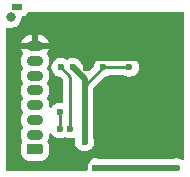
<source format=gbr>
%TF.GenerationSoftware,KiCad,Pcbnew,9.0.0*%
%TF.CreationDate,2025-03-18T12:57:55-04:00*%
%TF.ProjectId,Tarea_1_Modulo_NRF24L01,54617265-615f-4315-9f4d-6f64756c6f5f,rev?*%
%TF.SameCoordinates,Original*%
%TF.FileFunction,Copper,L2,Bot*%
%TF.FilePolarity,Positive*%
%FSLAX46Y46*%
G04 Gerber Fmt 4.6, Leading zero omitted, Abs format (unit mm)*
G04 Created by KiCad (PCBNEW 9.0.0) date 2025-03-18 12:57:55*
%MOMM*%
%LPD*%
G01*
G04 APERTURE LIST*
G04 Aperture macros list*
%AMRoundRect*
0 Rectangle with rounded corners*
0 $1 Rounding radius*
0 $2 $3 $4 $5 $6 $7 $8 $9 X,Y pos of 4 corners*
0 Add a 4 corners polygon primitive as box body*
4,1,4,$2,$3,$4,$5,$6,$7,$8,$9,$2,$3,0*
0 Add four circle primitives for the rounded corners*
1,1,$1+$1,$2,$3*
1,1,$1+$1,$4,$5*
1,1,$1+$1,$6,$7*
1,1,$1+$1,$8,$9*
0 Add four rect primitives between the rounded corners*
20,1,$1+$1,$2,$3,$4,$5,0*
20,1,$1+$1,$4,$5,$6,$7,0*
20,1,$1+$1,$6,$7,$8,$9,0*
20,1,$1+$1,$8,$9,$2,$3,0*%
G04 Aperture macros list end*
%TA.AperFunction,ComponentPad*%
%ADD10RoundRect,0.225000X0.475000X-0.225000X0.475000X0.225000X-0.475000X0.225000X-0.475000X-0.225000X0*%
%TD*%
%TA.AperFunction,ComponentPad*%
%ADD11O,1.400000X0.900000*%
%TD*%
%TA.AperFunction,ComponentPad*%
%ADD12R,0.900000X0.500000*%
%TD*%
%TA.AperFunction,ViaPad*%
%ADD13C,0.800000*%
%TD*%
%TA.AperFunction,ViaPad*%
%ADD14C,0.600000*%
%TD*%
%TA.AperFunction,Conductor*%
%ADD15C,0.500000*%
%TD*%
%TA.AperFunction,Conductor*%
%ADD16C,0.250000*%
%TD*%
G04 APERTURE END LIST*
D10*
%TO.P,J1,1,Pin_1*%
%TO.N,VDD*%
X134900000Y-67750000D03*
D11*
%TO.P,J1,2,Pin_2*%
%TO.N,Net-(J1-Pin_2)*%
X134900000Y-66500000D03*
%TO.P,J1,3,Pin_3*%
%TO.N,Net-(J1-Pin_3)*%
X134900000Y-65250000D03*
%TO.P,J1,4,Pin_4*%
%TO.N,Net-(J1-Pin_4)*%
X134900000Y-64000000D03*
%TO.P,J1,5,Pin_5*%
%TO.N,Net-(J1-Pin_5)*%
X134900000Y-62750000D03*
%TO.P,J1,6,Pin_6*%
%TO.N,Net-(J1-Pin_6)*%
X134900000Y-61500000D03*
%TO.P,J1,7,Pin_7*%
%TO.N,Net-(J1-Pin_7)*%
X134900000Y-60250000D03*
%TO.P,J1,8,Pin_8*%
%TO.N,GND*%
X134900000Y-59000000D03*
%TD*%
D12*
%TO.P,AE1,2*%
%TO.N,N/C*%
X133350000Y-55725000D03*
%TD*%
D13*
%TO.N,*%
X132850000Y-56550000D03*
D14*
%TO.N,VDD*%
X139100000Y-67100000D03*
X142900000Y-60800000D03*
X140700000Y-60800000D03*
X138100000Y-60800000D03*
%TO.N,GND*%
X139100000Y-69300000D03*
X144400000Y-65400000D03*
X144300000Y-60100000D03*
X139230331Y-60869669D03*
%TO.N,Net-(U1-XC2)*%
X146900000Y-69300000D03*
X140000000Y-69300000D03*
%TO.N,Net-(J1-Pin_2)*%
X137000000Y-64600000D03*
X137000000Y-66000000D03*
%TO.N,Net-(J1-Pin_7)*%
X137900000Y-66000000D03*
X137100000Y-60800000D03*
%TD*%
D15*
%TO.N,VDD*%
X139100000Y-61800000D02*
X139100000Y-62700000D01*
X138100000Y-60800000D02*
X139100000Y-61800000D01*
D16*
X140700000Y-60800000D02*
X139100000Y-62400000D01*
X142900000Y-60800000D02*
X140700000Y-60800000D01*
D15*
X139100000Y-62700000D02*
X139100000Y-67100000D01*
D16*
X139100000Y-62400000D02*
X139100000Y-62700000D01*
%TO.N,GND*%
X144300000Y-65300000D02*
X144400000Y-65400000D01*
X140000000Y-60100000D02*
X144300000Y-60100000D01*
D15*
X140225000Y-67750000D02*
X139100000Y-68875000D01*
X139100000Y-68875000D02*
X139100000Y-69300000D01*
X140489339Y-67750000D02*
X140225000Y-67750000D01*
X144400000Y-65400000D02*
X142839339Y-65400000D01*
X142839339Y-65400000D02*
X140489339Y-67750000D01*
D16*
X139230331Y-60869669D02*
X140000000Y-60100000D01*
X144300000Y-60100000D02*
X144300000Y-65300000D01*
D15*
%TO.N,Net-(U1-XC2)*%
X140000000Y-69300000D02*
X146900000Y-69300000D01*
D16*
%TO.N,Net-(J1-Pin_2)*%
X137000000Y-65900000D02*
X137000000Y-66000000D01*
X137000000Y-64600000D02*
X137000000Y-65900000D01*
%TO.N,Net-(J1-Pin_7)*%
X137900000Y-66000000D02*
X137900000Y-61600000D01*
X137900000Y-61600000D02*
X137100000Y-60800000D01*
%TD*%
%TA.AperFunction,Conductor*%
%TO.N,GND*%
G36*
X147467539Y-56094685D02*
G01*
X147513294Y-56147489D01*
X147524500Y-56199000D01*
X147524500Y-68522536D01*
X147504815Y-68589575D01*
X147452011Y-68635330D01*
X147382853Y-68645274D01*
X147331609Y-68625638D01*
X147279185Y-68590609D01*
X147279172Y-68590602D01*
X147133501Y-68530264D01*
X147133489Y-68530261D01*
X146978845Y-68499500D01*
X146978842Y-68499500D01*
X146821158Y-68499500D01*
X146821155Y-68499500D01*
X146666511Y-68530260D01*
X146666506Y-68530262D01*
X146666504Y-68530262D01*
X146666503Y-68530263D01*
X146642844Y-68540062D01*
X146595396Y-68549500D01*
X140304604Y-68549500D01*
X140257155Y-68540062D01*
X140233497Y-68530263D01*
X140233493Y-68530262D01*
X140233488Y-68530260D01*
X140078845Y-68499500D01*
X140078842Y-68499500D01*
X139921158Y-68499500D01*
X139921155Y-68499500D01*
X139766510Y-68530261D01*
X139766498Y-68530264D01*
X139620827Y-68590602D01*
X139620814Y-68590609D01*
X139489711Y-68678210D01*
X139489707Y-68678213D01*
X139378213Y-68789707D01*
X139378210Y-68789711D01*
X139290609Y-68920814D01*
X139290602Y-68920827D01*
X139230264Y-69066498D01*
X139230261Y-69066510D01*
X139199500Y-69221153D01*
X139199500Y-69378846D01*
X139213914Y-69451309D01*
X139207687Y-69520900D01*
X139164824Y-69576078D01*
X139098934Y-69599322D01*
X139092297Y-69599500D01*
X132574500Y-69599500D01*
X132507461Y-69579815D01*
X132461706Y-69527011D01*
X132450500Y-69475500D01*
X132450500Y-60156379D01*
X133699500Y-60156379D01*
X133699500Y-60343620D01*
X133736025Y-60527243D01*
X133736027Y-60527251D01*
X133807676Y-60700228D01*
X133807680Y-60700235D01*
X133878423Y-60806110D01*
X133899300Y-60872787D01*
X133880815Y-60940167D01*
X133878423Y-60943890D01*
X133807680Y-61049764D01*
X133807676Y-61049771D01*
X133736027Y-61222748D01*
X133736025Y-61222756D01*
X133699500Y-61406379D01*
X133699500Y-61593620D01*
X133736025Y-61777243D01*
X133736027Y-61777251D01*
X133807676Y-61950228D01*
X133807680Y-61950235D01*
X133878423Y-62056110D01*
X133899300Y-62122787D01*
X133880815Y-62190167D01*
X133878423Y-62193890D01*
X133807680Y-62299764D01*
X133807676Y-62299771D01*
X133736027Y-62472748D01*
X133736025Y-62472756D01*
X133699500Y-62656379D01*
X133699500Y-62843620D01*
X133736025Y-63027243D01*
X133736027Y-63027251D01*
X133807676Y-63200228D01*
X133807680Y-63200235D01*
X133878423Y-63306110D01*
X133899300Y-63372787D01*
X133880815Y-63440167D01*
X133878423Y-63443890D01*
X133807680Y-63549764D01*
X133807676Y-63549771D01*
X133736027Y-63722748D01*
X133736025Y-63722756D01*
X133699500Y-63906379D01*
X133699500Y-64093620D01*
X133736025Y-64277243D01*
X133736027Y-64277251D01*
X133807676Y-64450228D01*
X133807680Y-64450235D01*
X133878423Y-64556110D01*
X133899300Y-64622787D01*
X133880815Y-64690167D01*
X133878423Y-64693890D01*
X133807680Y-64799764D01*
X133807676Y-64799771D01*
X133736027Y-64972748D01*
X133736025Y-64972756D01*
X133699500Y-65156379D01*
X133699500Y-65343620D01*
X133736025Y-65527243D01*
X133736027Y-65527251D01*
X133807676Y-65700228D01*
X133807680Y-65700235D01*
X133878423Y-65806110D01*
X133899300Y-65872787D01*
X133880815Y-65940167D01*
X133878423Y-65943890D01*
X133807680Y-66049764D01*
X133807676Y-66049771D01*
X133736027Y-66222748D01*
X133736025Y-66222756D01*
X133699500Y-66406379D01*
X133699500Y-66593620D01*
X133736025Y-66777243D01*
X133736027Y-66777251D01*
X133807677Y-66950230D01*
X133825541Y-66976965D01*
X133846419Y-67043643D01*
X133827978Y-67110953D01*
X133762998Y-67216300D01*
X133762996Y-67216305D01*
X133709651Y-67377290D01*
X133699500Y-67476647D01*
X133699500Y-68023337D01*
X133699501Y-68023355D01*
X133709650Y-68122707D01*
X133709651Y-68122710D01*
X133762996Y-68283694D01*
X133763001Y-68283705D01*
X133852029Y-68428040D01*
X133852032Y-68428044D01*
X133971955Y-68547967D01*
X133971959Y-68547970D01*
X134116294Y-68636998D01*
X134116297Y-68636999D01*
X134116303Y-68637003D01*
X134277292Y-68690349D01*
X134376655Y-68700500D01*
X135423344Y-68700499D01*
X135423352Y-68700498D01*
X135423355Y-68700498D01*
X135477760Y-68694940D01*
X135522708Y-68690349D01*
X135683697Y-68637003D01*
X135828044Y-68547968D01*
X135947968Y-68428044D01*
X136037003Y-68283697D01*
X136090349Y-68122708D01*
X136100500Y-68023345D01*
X136100499Y-67476656D01*
X136090349Y-67377292D01*
X136037003Y-67216303D01*
X135972021Y-67110952D01*
X135953581Y-67043561D01*
X135974459Y-66976964D01*
X135992322Y-66950231D01*
X136063973Y-66777251D01*
X136100500Y-66593616D01*
X136100500Y-66503439D01*
X136120185Y-66436400D01*
X136172989Y-66390645D01*
X136242147Y-66380701D01*
X136305703Y-66409726D01*
X136327602Y-66434548D01*
X136378210Y-66510288D01*
X136378213Y-66510292D01*
X136489707Y-66621786D01*
X136489711Y-66621789D01*
X136620814Y-66709390D01*
X136620827Y-66709397D01*
X136727390Y-66753536D01*
X136766503Y-66769737D01*
X136895499Y-66795396D01*
X136921153Y-66800499D01*
X136921156Y-66800500D01*
X136921158Y-66800500D01*
X137078844Y-66800500D01*
X137078845Y-66800499D01*
X137233497Y-66769737D01*
X137379179Y-66709394D01*
X137381110Y-66708103D01*
X137382276Y-66707737D01*
X137384546Y-66706525D01*
X137384776Y-66706955D01*
X137447786Y-66687226D01*
X137515166Y-66705710D01*
X137518850Y-66708077D01*
X137520821Y-66709394D01*
X137520824Y-66709395D01*
X137520827Y-66709397D01*
X137627390Y-66753536D01*
X137666503Y-66769737D01*
X137795499Y-66795396D01*
X137821153Y-66800499D01*
X137821156Y-66800500D01*
X137821158Y-66800500D01*
X137978844Y-66800500D01*
X137978845Y-66800499D01*
X138133497Y-66769737D01*
X138154578Y-66761004D01*
X138224046Y-66753536D01*
X138286525Y-66784811D01*
X138322178Y-66844899D01*
X138323647Y-66899757D01*
X138299500Y-67021153D01*
X138299500Y-67178846D01*
X138330261Y-67333489D01*
X138330264Y-67333501D01*
X138390602Y-67479172D01*
X138390609Y-67479185D01*
X138478210Y-67610288D01*
X138478213Y-67610292D01*
X138589707Y-67721786D01*
X138589711Y-67721789D01*
X138720814Y-67809390D01*
X138720827Y-67809397D01*
X138866498Y-67869735D01*
X138866503Y-67869737D01*
X139021153Y-67900499D01*
X139021156Y-67900500D01*
X139021158Y-67900500D01*
X139178844Y-67900500D01*
X139178845Y-67900499D01*
X139333497Y-67869737D01*
X139479179Y-67809394D01*
X139610289Y-67721789D01*
X139721789Y-67610289D01*
X139809394Y-67479179D01*
X139810440Y-67476655D01*
X139823067Y-67446166D01*
X139869737Y-67333497D01*
X139900500Y-67178842D01*
X139900500Y-67021158D01*
X139900500Y-67021155D01*
X139900499Y-67021153D01*
X139869739Y-66866511D01*
X139869738Y-66866508D01*
X139869737Y-66866503D01*
X139859937Y-66842844D01*
X139850500Y-66795396D01*
X139850500Y-62585452D01*
X139870185Y-62518413D01*
X139886819Y-62497771D01*
X140278682Y-62105908D01*
X140758798Y-61625791D01*
X140820119Y-61592308D01*
X140822114Y-61591892D01*
X140933497Y-61569737D01*
X141079179Y-61509394D01*
X141173459Y-61446398D01*
X141240136Y-61425520D01*
X141242350Y-61425500D01*
X142357650Y-61425500D01*
X142424689Y-61445185D01*
X142426541Y-61446398D01*
X142520821Y-61509394D01*
X142520823Y-61509395D01*
X142520827Y-61509397D01*
X142666498Y-61569735D01*
X142666503Y-61569737D01*
X142821153Y-61600499D01*
X142821156Y-61600500D01*
X142821158Y-61600500D01*
X142978844Y-61600500D01*
X142978845Y-61600499D01*
X143133497Y-61569737D01*
X143279179Y-61509394D01*
X143410289Y-61421789D01*
X143521789Y-61310289D01*
X143609394Y-61179179D01*
X143669737Y-61033497D01*
X143700500Y-60878842D01*
X143700500Y-60721158D01*
X143700500Y-60721155D01*
X143700499Y-60721153D01*
X143669737Y-60566503D01*
X143669735Y-60566498D01*
X143609397Y-60420827D01*
X143609390Y-60420814D01*
X143521789Y-60289711D01*
X143521786Y-60289707D01*
X143410292Y-60178213D01*
X143410288Y-60178210D01*
X143279185Y-60090609D01*
X143279172Y-60090602D01*
X143133501Y-60030264D01*
X143133489Y-60030261D01*
X142978845Y-59999500D01*
X142978842Y-59999500D01*
X142821158Y-59999500D01*
X142821155Y-59999500D01*
X142666510Y-60030261D01*
X142666498Y-60030264D01*
X142520827Y-60090602D01*
X142520815Y-60090609D01*
X142426541Y-60153602D01*
X142359864Y-60174480D01*
X142357650Y-60174500D01*
X141242350Y-60174500D01*
X141175311Y-60154815D01*
X141173459Y-60153602D01*
X141079184Y-60090609D01*
X141079172Y-60090602D01*
X140933501Y-60030264D01*
X140933489Y-60030261D01*
X140778845Y-59999500D01*
X140778842Y-59999500D01*
X140621158Y-59999500D01*
X140621155Y-59999500D01*
X140466510Y-60030261D01*
X140466498Y-60030264D01*
X140320827Y-60090602D01*
X140320814Y-60090609D01*
X140189711Y-60178210D01*
X140189707Y-60178213D01*
X140078213Y-60289707D01*
X140078210Y-60289711D01*
X139990609Y-60420814D01*
X139990602Y-60420827D01*
X139930264Y-60566498D01*
X139930261Y-60566508D01*
X139908141Y-60677713D01*
X139875756Y-60739624D01*
X139874205Y-60741202D01*
X139576068Y-61039339D01*
X139514745Y-61072824D01*
X139445053Y-61067840D01*
X139400706Y-61039339D01*
X138846071Y-60484703D01*
X138819191Y-60444475D01*
X138809394Y-60420821D01*
X138757808Y-60343617D01*
X138721789Y-60289710D01*
X138610292Y-60178213D01*
X138610288Y-60178210D01*
X138479185Y-60090609D01*
X138479172Y-60090602D01*
X138333501Y-60030264D01*
X138333489Y-60030261D01*
X138178845Y-59999500D01*
X138178842Y-59999500D01*
X138021158Y-59999500D01*
X138021155Y-59999500D01*
X137866510Y-60030261D01*
X137866498Y-60030264D01*
X137720827Y-60090602D01*
X137720814Y-60090609D01*
X137668891Y-60125304D01*
X137602214Y-60146182D01*
X137534833Y-60127698D01*
X137531109Y-60125304D01*
X137479185Y-60090609D01*
X137479172Y-60090602D01*
X137333501Y-60030264D01*
X137333489Y-60030261D01*
X137178845Y-59999500D01*
X137178842Y-59999500D01*
X137021158Y-59999500D01*
X137021155Y-59999500D01*
X136866510Y-60030261D01*
X136866498Y-60030264D01*
X136720827Y-60090602D01*
X136720814Y-60090609D01*
X136589711Y-60178210D01*
X136589707Y-60178213D01*
X136478213Y-60289707D01*
X136478210Y-60289711D01*
X136390609Y-60420814D01*
X136390602Y-60420827D01*
X136330264Y-60566498D01*
X136330261Y-60566510D01*
X136299500Y-60721153D01*
X136299500Y-60878846D01*
X136330261Y-61033489D01*
X136330264Y-61033501D01*
X136390602Y-61179172D01*
X136390609Y-61179185D01*
X136478210Y-61310288D01*
X136478213Y-61310292D01*
X136589707Y-61421786D01*
X136589711Y-61421789D01*
X136720814Y-61509390D01*
X136720827Y-61509397D01*
X136808230Y-61545599D01*
X136866503Y-61569737D01*
X136977716Y-61591858D01*
X137039623Y-61624241D01*
X137041203Y-61625793D01*
X137238181Y-61822771D01*
X137271666Y-61884094D01*
X137274500Y-61910452D01*
X137274500Y-63687324D01*
X137254815Y-63754363D01*
X137202011Y-63800118D01*
X137132853Y-63810062D01*
X137126309Y-63808941D01*
X137078846Y-63799500D01*
X137078842Y-63799500D01*
X136921158Y-63799500D01*
X136921155Y-63799500D01*
X136766510Y-63830261D01*
X136766498Y-63830264D01*
X136620827Y-63890602D01*
X136620814Y-63890609D01*
X136489711Y-63978210D01*
X136489707Y-63978213D01*
X136378213Y-64089707D01*
X136378210Y-64089711D01*
X136327602Y-64165451D01*
X136273989Y-64210256D01*
X136204664Y-64218963D01*
X136141637Y-64188808D01*
X136104918Y-64129365D01*
X136100500Y-64096560D01*
X136100500Y-63906383D01*
X136100499Y-63906379D01*
X136085358Y-63830261D01*
X136063973Y-63722749D01*
X135992322Y-63549769D01*
X135992319Y-63549764D01*
X135992318Y-63549762D01*
X135921577Y-63443891D01*
X135900699Y-63377213D01*
X135919183Y-63309833D01*
X135921577Y-63306109D01*
X135992318Y-63200237D01*
X135992319Y-63200235D01*
X135992322Y-63200231D01*
X136063973Y-63027251D01*
X136100500Y-62843616D01*
X136100500Y-62656384D01*
X136063973Y-62472749D01*
X135992322Y-62299769D01*
X135992319Y-62299764D01*
X135992318Y-62299762D01*
X135921577Y-62193891D01*
X135900699Y-62127213D01*
X135919183Y-62059833D01*
X135921577Y-62056109D01*
X135992318Y-61950237D01*
X135992319Y-61950235D01*
X135992322Y-61950231D01*
X136063973Y-61777251D01*
X136100500Y-61593616D01*
X136100500Y-61406384D01*
X136063973Y-61222749D01*
X135992322Y-61049769D01*
X135992319Y-61049764D01*
X135992318Y-61049762D01*
X135921577Y-60943891D01*
X135900699Y-60877213D01*
X135919183Y-60809833D01*
X135921577Y-60806109D01*
X135992318Y-60700237D01*
X135992319Y-60700235D01*
X135992322Y-60700231D01*
X136063973Y-60527251D01*
X136100500Y-60343616D01*
X136100500Y-60156384D01*
X136063973Y-59972749D01*
X135992322Y-59799769D01*
X135921274Y-59693439D01*
X135900397Y-59626763D01*
X135918881Y-59559383D01*
X135921276Y-59555657D01*
X135991874Y-59450001D01*
X135991880Y-59449991D01*
X136063492Y-59277103D01*
X136063493Y-59277100D01*
X136068884Y-59250000D01*
X135066988Y-59250000D01*
X135084205Y-59240060D01*
X135140060Y-59184205D01*
X135179556Y-59115796D01*
X135200000Y-59039496D01*
X135200000Y-58960504D01*
X135179556Y-58884204D01*
X135140060Y-58815795D01*
X135084205Y-58759940D01*
X135066988Y-58750000D01*
X135150000Y-58750000D01*
X136068884Y-58750000D01*
X136068884Y-58749999D01*
X136063493Y-58722899D01*
X136063492Y-58722896D01*
X135991880Y-58550008D01*
X135991875Y-58549999D01*
X135887913Y-58394410D01*
X135887910Y-58394406D01*
X135755593Y-58262089D01*
X135755589Y-58262086D01*
X135600000Y-58158124D01*
X135599991Y-58158119D01*
X135427105Y-58086508D01*
X135427097Y-58086506D01*
X135243570Y-58050000D01*
X135150000Y-58050000D01*
X135150000Y-58750000D01*
X135066988Y-58750000D01*
X135015796Y-58720444D01*
X134939496Y-58700000D01*
X134860504Y-58700000D01*
X134784204Y-58720444D01*
X134715795Y-58759940D01*
X134659940Y-58815795D01*
X134620444Y-58884204D01*
X134600000Y-58960504D01*
X134600000Y-59039496D01*
X134620444Y-59115796D01*
X134659940Y-59184205D01*
X134715795Y-59240060D01*
X134733012Y-59250000D01*
X133731116Y-59250000D01*
X133736506Y-59277100D01*
X133736507Y-59277103D01*
X133808119Y-59449991D01*
X133808127Y-59450005D01*
X133878723Y-59555660D01*
X133899601Y-59622337D01*
X133881116Y-59689717D01*
X133878723Y-59693440D01*
X133807684Y-59799757D01*
X133807676Y-59799771D01*
X133736027Y-59972748D01*
X133736025Y-59972756D01*
X133699500Y-60156379D01*
X132450500Y-60156379D01*
X132450500Y-58749999D01*
X133731115Y-58749999D01*
X133731116Y-58750000D01*
X134650000Y-58750000D01*
X134650000Y-58050000D01*
X134556430Y-58050000D01*
X134372902Y-58086506D01*
X134372894Y-58086508D01*
X134200008Y-58158119D01*
X134199999Y-58158124D01*
X134044410Y-58262086D01*
X134044406Y-58262089D01*
X133912089Y-58394406D01*
X133912086Y-58394410D01*
X133808124Y-58549999D01*
X133808119Y-58550008D01*
X133736507Y-58722896D01*
X133736506Y-58722899D01*
X133731115Y-58749999D01*
X132450500Y-58749999D01*
X132450500Y-57539770D01*
X132470185Y-57472731D01*
X132522989Y-57426976D01*
X132592147Y-57417032D01*
X132598682Y-57418151D01*
X132643047Y-57426976D01*
X132761306Y-57450500D01*
X132761309Y-57450500D01*
X132938693Y-57450500D01*
X132938694Y-57450499D01*
X132996682Y-57438964D01*
X133112658Y-57415896D01*
X133112661Y-57415894D01*
X133112666Y-57415894D01*
X133276547Y-57348013D01*
X133424035Y-57249464D01*
X133549464Y-57124035D01*
X133648013Y-56976547D01*
X133715894Y-56812666D01*
X133750500Y-56638691D01*
X133750500Y-56597351D01*
X133770185Y-56530312D01*
X133822989Y-56484557D01*
X133861247Y-56474061D01*
X133907483Y-56469091D01*
X134042331Y-56418796D01*
X134157546Y-56332546D01*
X134243796Y-56217331D01*
X134266795Y-56155668D01*
X134308665Y-56099734D01*
X134374129Y-56075316D01*
X134382977Y-56075000D01*
X147400500Y-56075000D01*
X147467539Y-56094685D01*
G37*
%TD.AperFunction*%
%TD*%
M02*

</source>
